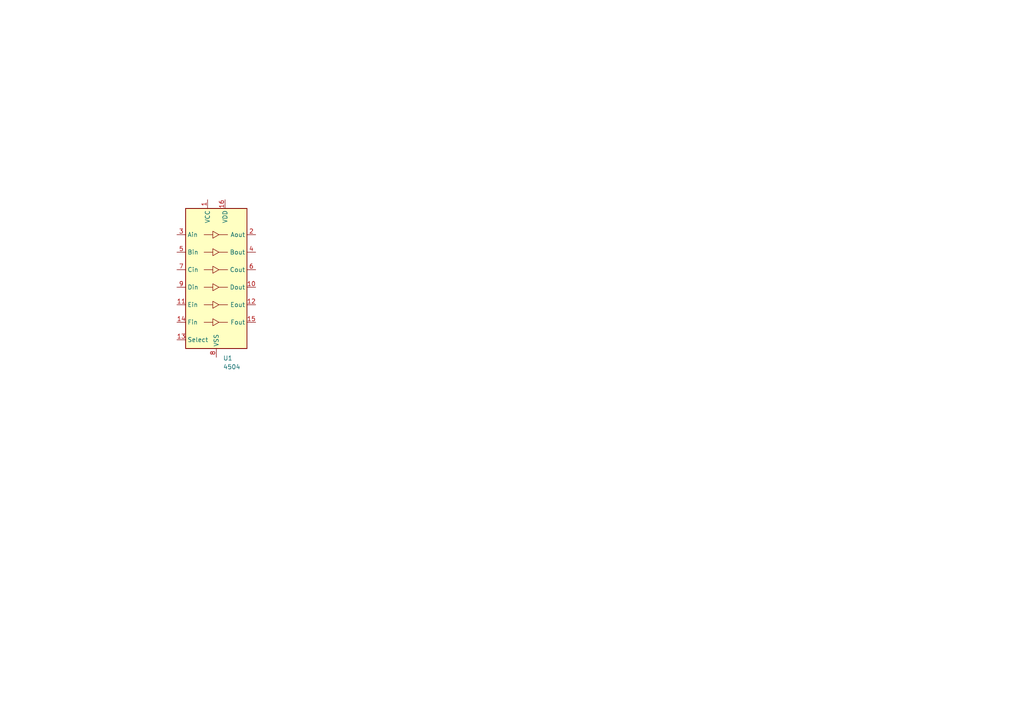
<source format=kicad_sch>
(kicad_sch (version 20230121) (generator eeschema)
  (paper "A4")
  (lib_symbols
    (symbol "4xxx:4504"
      (property "Reference" "U" (at -7.62 21.59 0))
      (property "Value" "4504" (at 6.35 21.59 0))
      (symbol "4504_0_1"
        (polyline (pts (xy -3.556 -12.7) (xy -1.016 -12.7)))
        (polyline (pts (xy -3.556 -7.62) (xy -1.016 -7.62)))
        (polyline (pts (xy -3.556 -2.54) (xy -1.016 -2.54)))
        (polyline (pts (xy -3.556 2.54) (xy -1.016 2.54)))
        (polyline (pts (xy -3.556 7.62) (xy -1.016 7.62)))
        (polyline (pts (xy -3.556 12.7) (xy -1.016 12.7)))
        (polyline (pts (xy 0.762 -12.7) (xy 3.302 -12.7)))
        (polyline (pts (xy 0.762 -7.62) (xy 3.302 -7.62)))
        (polyline (pts (xy 0.762 -2.54) (xy 3.302 -2.54)))
        (polyline (pts (xy 0.762 2.54) (xy 3.302 2.54)))
        (polyline (pts (xy 0.762 7.62) (xy 3.302 7.62)))
        (polyline (pts (xy 0.762 12.7) (xy 3.302 12.7)))
      )
      (symbol "4504_1_1"
        (rectangle (start -8.89 20.32) (end 8.89 -20.32) (stroke (width 0.254)) (fill (type background)))
        (polyline (pts (xy 0.762 -12.7) (xy -1.016 -13.716) (xy -1.016 -11.684) (xy 0.762 -12.7)))
        (polyline (pts (xy 0.762 -7.62) (xy -1.016 -8.636) (xy -1.016 -6.604) (xy 0.762 -7.62)))
        (polyline (pts (xy 0.762 -2.54) (xy -1.016 -3.556) (xy -1.016 -1.524) (xy 0.762 -2.54)))
        (polyline (pts (xy 0.762 2.54) (xy -1.016 1.524) (xy -1.016 3.556) (xy 0.762 2.54)))
        (polyline (pts (xy 0.762 7.62) (xy -1.016 6.604) (xy -1.016 8.636) (xy 0.762 7.62)))
        (polyline (pts (xy 0.762 12.7) (xy -1.016 11.684) (xy -1.016 13.716) (xy 0.762 12.7)))
        (pin power_in line (at -2.54 22.86 270) (length 2.54) (name "VCC") (number "1"))
        (pin output line (at 11.43 -2.54 180) (length 2.54) (name "Dout") (number "10"))
        (pin input line (at -11.43 -7.62 0) (length 2.54) (name "Ein") (number "11"))
        (pin output line (at 11.43 -7.62 180) (length 2.54) (name "Eout") (number "12"))
        (pin input line (at -11.43 -17.78 0) (length 2.54) (name "Select") (number "13"))
        (pin input line (at -11.43 -12.7 0) (length 2.54) (name "Fin") (number "14"))
        (pin output line (at 11.43 -12.7 180) (length 2.54) (name "Fout") (number "15"))
        (pin power_in line (at 2.54 22.86 270) (length 2.54) (name "VDD") (number "16"))
        (pin output line (at 11.43 12.7 180) (length 2.54) (name "Aout") (number "2"))
        (pin input line (at -11.43 12.7 0) (length 2.54) (name "Ain") (number "3"))
        (pin output line (at 11.43 7.62 180) (length 2.54) (name "Bout") (number "4"))
        (pin input line (at -11.43 7.62 0) (length 2.54) (name "Bin") (number "5"))
        (pin output line (at 11.43 2.54 180) (length 2.54) (name "Cout") (number "6"))
        (pin input line (at -11.43 2.54 0) (length 2.54) (name "Cin") (number "7"))
        (pin power_in line (at 0 -22.86 90) (length 2.54) (name "VSS") (number "8"))
        (pin input line (at -11.43 -2.54 0) (length 2.54) (name "Din") (number "9"))
      )
    )
  )
  (symbol (lib_id "4xxx:4504") (at 62.738 80.772 0) (unit 1)
    (property "Reference" "U1" (at 64.6939 103.886 0) (effects (justify left)))
    (property "Value" "4504" (at 64.6939 106.426 0) (effects (justify left)))
    (property "Datasheet" "http://www.ti.com/lit/ds/symlink/cd4504b.pdf" (effects hide))
  )
)
</source>
